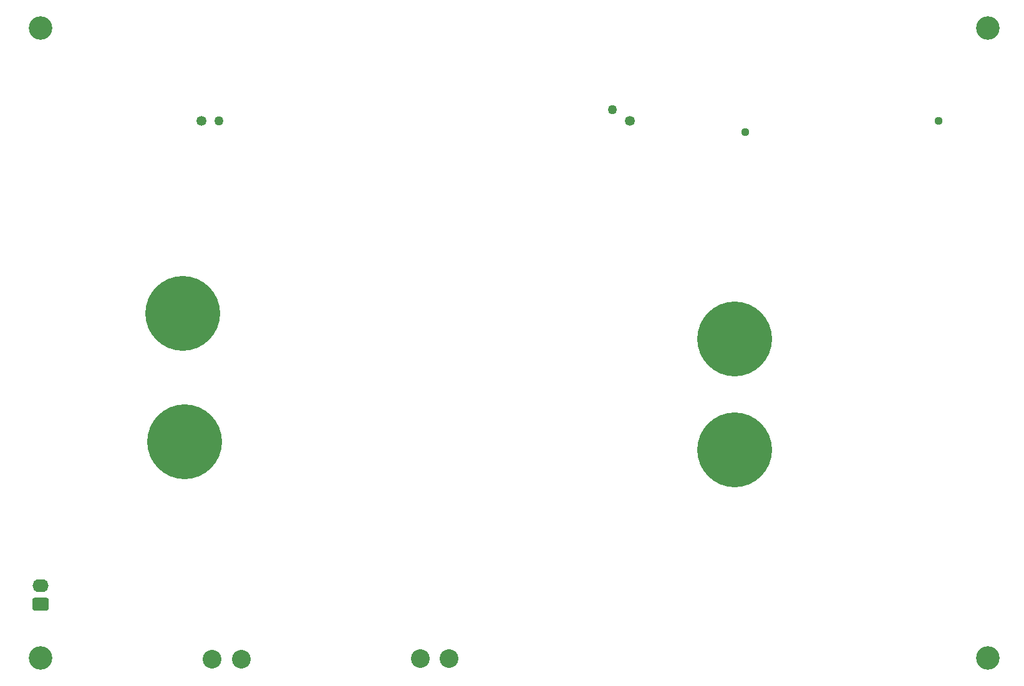
<source format=gbr>
G04 #@! TF.GenerationSoftware,KiCad,Pcbnew,(5.1.9)-1*
G04 #@! TF.CreationDate,2021-02-22T11:59:36-08:00*
G04 #@! TF.ProjectId,UnfolderBuffer,556e666f-6c64-4657-9242-75666665722e,rev?*
G04 #@! TF.SameCoordinates,Original*
G04 #@! TF.FileFunction,Soldermask,Bot*
G04 #@! TF.FilePolarity,Negative*
%FSLAX46Y46*%
G04 Gerber Fmt 4.6, Leading zero omitted, Abs format (unit mm)*
G04 Created by KiCad (PCBNEW (5.1.9)-1) date 2021-02-22 11:59:36*
%MOMM*%
%LPD*%
G01*
G04 APERTURE LIST*
%ADD10O,2.190000X1.740000*%
%ADD11C,1.348000*%
%ADD12C,1.270000*%
%ADD13C,10.160000*%
%ADD14C,2.540000*%
%ADD15C,1.120000*%
%ADD16C,3.200000*%
G04 APERTURE END LIST*
D10*
X3200000Y13040000D03*
G36*
G01*
X4044442Y9630000D02*
X2355558Y9630000D01*
G75*
G02*
X2105000Y9880558I0J250558D01*
G01*
X2105000Y11119442D01*
G75*
G02*
X2355558Y11370000I250558J0D01*
G01*
X4044442Y11370000D01*
G75*
G02*
X4295000Y11119442I0J-250558D01*
G01*
X4295000Y9880558D01*
G75*
G02*
X4044442Y9630000I-250558J0D01*
G01*
G37*
D11*
X83180000Y76160000D03*
X25080000Y76160000D03*
D12*
X80830000Y77660000D03*
X27430000Y76160000D03*
D13*
X97450000Y46550000D03*
X97450000Y31450000D03*
X22500000Y50010000D03*
X22790000Y32570000D03*
D14*
X58700000Y3100000D03*
X54737600Y3100000D03*
X30481200Y3060000D03*
X26518800Y3060000D03*
D15*
X125100000Y76160000D03*
X98850000Y74660000D03*
D16*
X3200000Y3200000D03*
X131800000Y88800000D03*
X3200000Y88800000D03*
X131800000Y3200000D03*
M02*

</source>
